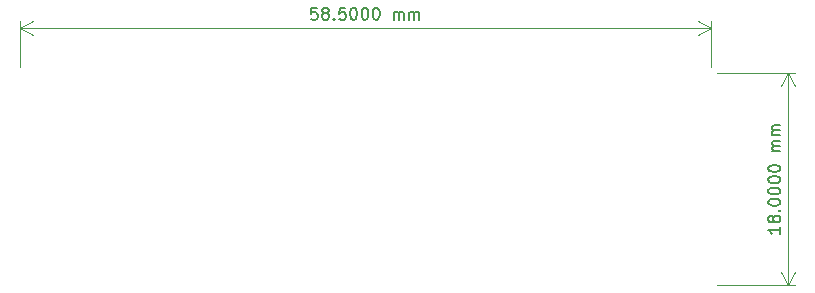
<source format=gbr>
%TF.GenerationSoftware,KiCad,Pcbnew,9.0.1*%
%TF.CreationDate,2025-09-14T13:33:31-04:00*%
%TF.ProjectId,can-nano-shield-fieldbus,63616e2d-6e61-46e6-9f2d-736869656c64,rev?*%
%TF.SameCoordinates,Original*%
%TF.FileFunction,Other,Comment*%
%FSLAX46Y46*%
G04 Gerber Fmt 4.6, Leading zero omitted, Abs format (unit mm)*
G04 Created by KiCad (PCBNEW 9.0.1) date 2025-09-14 13:33:31*
%MOMM*%
%LPD*%
G01*
G04 APERTURE LIST*
%ADD10C,0.150000*%
%ADD11C,0.100000*%
G04 APERTURE END LIST*
D10*
X137004762Y-77804819D02*
X136528572Y-77804819D01*
X136528572Y-77804819D02*
X136480953Y-78281009D01*
X136480953Y-78281009D02*
X136528572Y-78233390D01*
X136528572Y-78233390D02*
X136623810Y-78185771D01*
X136623810Y-78185771D02*
X136861905Y-78185771D01*
X136861905Y-78185771D02*
X136957143Y-78233390D01*
X136957143Y-78233390D02*
X137004762Y-78281009D01*
X137004762Y-78281009D02*
X137052381Y-78376247D01*
X137052381Y-78376247D02*
X137052381Y-78614342D01*
X137052381Y-78614342D02*
X137004762Y-78709580D01*
X137004762Y-78709580D02*
X136957143Y-78757200D01*
X136957143Y-78757200D02*
X136861905Y-78804819D01*
X136861905Y-78804819D02*
X136623810Y-78804819D01*
X136623810Y-78804819D02*
X136528572Y-78757200D01*
X136528572Y-78757200D02*
X136480953Y-78709580D01*
X137623810Y-78233390D02*
X137528572Y-78185771D01*
X137528572Y-78185771D02*
X137480953Y-78138152D01*
X137480953Y-78138152D02*
X137433334Y-78042914D01*
X137433334Y-78042914D02*
X137433334Y-77995295D01*
X137433334Y-77995295D02*
X137480953Y-77900057D01*
X137480953Y-77900057D02*
X137528572Y-77852438D01*
X137528572Y-77852438D02*
X137623810Y-77804819D01*
X137623810Y-77804819D02*
X137814286Y-77804819D01*
X137814286Y-77804819D02*
X137909524Y-77852438D01*
X137909524Y-77852438D02*
X137957143Y-77900057D01*
X137957143Y-77900057D02*
X138004762Y-77995295D01*
X138004762Y-77995295D02*
X138004762Y-78042914D01*
X138004762Y-78042914D02*
X137957143Y-78138152D01*
X137957143Y-78138152D02*
X137909524Y-78185771D01*
X137909524Y-78185771D02*
X137814286Y-78233390D01*
X137814286Y-78233390D02*
X137623810Y-78233390D01*
X137623810Y-78233390D02*
X137528572Y-78281009D01*
X137528572Y-78281009D02*
X137480953Y-78328628D01*
X137480953Y-78328628D02*
X137433334Y-78423866D01*
X137433334Y-78423866D02*
X137433334Y-78614342D01*
X137433334Y-78614342D02*
X137480953Y-78709580D01*
X137480953Y-78709580D02*
X137528572Y-78757200D01*
X137528572Y-78757200D02*
X137623810Y-78804819D01*
X137623810Y-78804819D02*
X137814286Y-78804819D01*
X137814286Y-78804819D02*
X137909524Y-78757200D01*
X137909524Y-78757200D02*
X137957143Y-78709580D01*
X137957143Y-78709580D02*
X138004762Y-78614342D01*
X138004762Y-78614342D02*
X138004762Y-78423866D01*
X138004762Y-78423866D02*
X137957143Y-78328628D01*
X137957143Y-78328628D02*
X137909524Y-78281009D01*
X137909524Y-78281009D02*
X137814286Y-78233390D01*
X138433334Y-78709580D02*
X138480953Y-78757200D01*
X138480953Y-78757200D02*
X138433334Y-78804819D01*
X138433334Y-78804819D02*
X138385715Y-78757200D01*
X138385715Y-78757200D02*
X138433334Y-78709580D01*
X138433334Y-78709580D02*
X138433334Y-78804819D01*
X139385714Y-77804819D02*
X138909524Y-77804819D01*
X138909524Y-77804819D02*
X138861905Y-78281009D01*
X138861905Y-78281009D02*
X138909524Y-78233390D01*
X138909524Y-78233390D02*
X139004762Y-78185771D01*
X139004762Y-78185771D02*
X139242857Y-78185771D01*
X139242857Y-78185771D02*
X139338095Y-78233390D01*
X139338095Y-78233390D02*
X139385714Y-78281009D01*
X139385714Y-78281009D02*
X139433333Y-78376247D01*
X139433333Y-78376247D02*
X139433333Y-78614342D01*
X139433333Y-78614342D02*
X139385714Y-78709580D01*
X139385714Y-78709580D02*
X139338095Y-78757200D01*
X139338095Y-78757200D02*
X139242857Y-78804819D01*
X139242857Y-78804819D02*
X139004762Y-78804819D01*
X139004762Y-78804819D02*
X138909524Y-78757200D01*
X138909524Y-78757200D02*
X138861905Y-78709580D01*
X140052381Y-77804819D02*
X140147619Y-77804819D01*
X140147619Y-77804819D02*
X140242857Y-77852438D01*
X140242857Y-77852438D02*
X140290476Y-77900057D01*
X140290476Y-77900057D02*
X140338095Y-77995295D01*
X140338095Y-77995295D02*
X140385714Y-78185771D01*
X140385714Y-78185771D02*
X140385714Y-78423866D01*
X140385714Y-78423866D02*
X140338095Y-78614342D01*
X140338095Y-78614342D02*
X140290476Y-78709580D01*
X140290476Y-78709580D02*
X140242857Y-78757200D01*
X140242857Y-78757200D02*
X140147619Y-78804819D01*
X140147619Y-78804819D02*
X140052381Y-78804819D01*
X140052381Y-78804819D02*
X139957143Y-78757200D01*
X139957143Y-78757200D02*
X139909524Y-78709580D01*
X139909524Y-78709580D02*
X139861905Y-78614342D01*
X139861905Y-78614342D02*
X139814286Y-78423866D01*
X139814286Y-78423866D02*
X139814286Y-78185771D01*
X139814286Y-78185771D02*
X139861905Y-77995295D01*
X139861905Y-77995295D02*
X139909524Y-77900057D01*
X139909524Y-77900057D02*
X139957143Y-77852438D01*
X139957143Y-77852438D02*
X140052381Y-77804819D01*
X141004762Y-77804819D02*
X141100000Y-77804819D01*
X141100000Y-77804819D02*
X141195238Y-77852438D01*
X141195238Y-77852438D02*
X141242857Y-77900057D01*
X141242857Y-77900057D02*
X141290476Y-77995295D01*
X141290476Y-77995295D02*
X141338095Y-78185771D01*
X141338095Y-78185771D02*
X141338095Y-78423866D01*
X141338095Y-78423866D02*
X141290476Y-78614342D01*
X141290476Y-78614342D02*
X141242857Y-78709580D01*
X141242857Y-78709580D02*
X141195238Y-78757200D01*
X141195238Y-78757200D02*
X141100000Y-78804819D01*
X141100000Y-78804819D02*
X141004762Y-78804819D01*
X141004762Y-78804819D02*
X140909524Y-78757200D01*
X140909524Y-78757200D02*
X140861905Y-78709580D01*
X140861905Y-78709580D02*
X140814286Y-78614342D01*
X140814286Y-78614342D02*
X140766667Y-78423866D01*
X140766667Y-78423866D02*
X140766667Y-78185771D01*
X140766667Y-78185771D02*
X140814286Y-77995295D01*
X140814286Y-77995295D02*
X140861905Y-77900057D01*
X140861905Y-77900057D02*
X140909524Y-77852438D01*
X140909524Y-77852438D02*
X141004762Y-77804819D01*
X141957143Y-77804819D02*
X142052381Y-77804819D01*
X142052381Y-77804819D02*
X142147619Y-77852438D01*
X142147619Y-77852438D02*
X142195238Y-77900057D01*
X142195238Y-77900057D02*
X142242857Y-77995295D01*
X142242857Y-77995295D02*
X142290476Y-78185771D01*
X142290476Y-78185771D02*
X142290476Y-78423866D01*
X142290476Y-78423866D02*
X142242857Y-78614342D01*
X142242857Y-78614342D02*
X142195238Y-78709580D01*
X142195238Y-78709580D02*
X142147619Y-78757200D01*
X142147619Y-78757200D02*
X142052381Y-78804819D01*
X142052381Y-78804819D02*
X141957143Y-78804819D01*
X141957143Y-78804819D02*
X141861905Y-78757200D01*
X141861905Y-78757200D02*
X141814286Y-78709580D01*
X141814286Y-78709580D02*
X141766667Y-78614342D01*
X141766667Y-78614342D02*
X141719048Y-78423866D01*
X141719048Y-78423866D02*
X141719048Y-78185771D01*
X141719048Y-78185771D02*
X141766667Y-77995295D01*
X141766667Y-77995295D02*
X141814286Y-77900057D01*
X141814286Y-77900057D02*
X141861905Y-77852438D01*
X141861905Y-77852438D02*
X141957143Y-77804819D01*
X143480953Y-78804819D02*
X143480953Y-78138152D01*
X143480953Y-78233390D02*
X143528572Y-78185771D01*
X143528572Y-78185771D02*
X143623810Y-78138152D01*
X143623810Y-78138152D02*
X143766667Y-78138152D01*
X143766667Y-78138152D02*
X143861905Y-78185771D01*
X143861905Y-78185771D02*
X143909524Y-78281009D01*
X143909524Y-78281009D02*
X143909524Y-78804819D01*
X143909524Y-78281009D02*
X143957143Y-78185771D01*
X143957143Y-78185771D02*
X144052381Y-78138152D01*
X144052381Y-78138152D02*
X144195238Y-78138152D01*
X144195238Y-78138152D02*
X144290477Y-78185771D01*
X144290477Y-78185771D02*
X144338096Y-78281009D01*
X144338096Y-78281009D02*
X144338096Y-78804819D01*
X144814286Y-78804819D02*
X144814286Y-78138152D01*
X144814286Y-78233390D02*
X144861905Y-78185771D01*
X144861905Y-78185771D02*
X144957143Y-78138152D01*
X144957143Y-78138152D02*
X145100000Y-78138152D01*
X145100000Y-78138152D02*
X145195238Y-78185771D01*
X145195238Y-78185771D02*
X145242857Y-78281009D01*
X145242857Y-78281009D02*
X145242857Y-78804819D01*
X145242857Y-78281009D02*
X145290476Y-78185771D01*
X145290476Y-78185771D02*
X145385714Y-78138152D01*
X145385714Y-78138152D02*
X145528571Y-78138152D01*
X145528571Y-78138152D02*
X145623810Y-78185771D01*
X145623810Y-78185771D02*
X145671429Y-78281009D01*
X145671429Y-78281009D02*
X145671429Y-78804819D01*
D11*
X111850000Y-82800000D02*
X111850000Y-78913580D01*
X170350000Y-78913580D02*
X170350000Y-82800000D01*
X111850000Y-79500000D02*
X170350000Y-79500000D01*
X111850000Y-79500000D02*
X112976504Y-78913579D01*
X111850000Y-79500000D02*
X112976504Y-80086421D01*
X170350000Y-79500000D02*
X169223496Y-80086421D01*
X170350000Y-79500000D02*
X169223496Y-78913579D01*
D10*
X176204819Y-96347618D02*
X176204819Y-96919046D01*
X176204819Y-96633332D02*
X175204819Y-96633332D01*
X175204819Y-96633332D02*
X175347676Y-96728570D01*
X175347676Y-96728570D02*
X175442914Y-96823808D01*
X175442914Y-96823808D02*
X175490533Y-96919046D01*
X175633390Y-95776189D02*
X175585771Y-95871427D01*
X175585771Y-95871427D02*
X175538152Y-95919046D01*
X175538152Y-95919046D02*
X175442914Y-95966665D01*
X175442914Y-95966665D02*
X175395295Y-95966665D01*
X175395295Y-95966665D02*
X175300057Y-95919046D01*
X175300057Y-95919046D02*
X175252438Y-95871427D01*
X175252438Y-95871427D02*
X175204819Y-95776189D01*
X175204819Y-95776189D02*
X175204819Y-95585713D01*
X175204819Y-95585713D02*
X175252438Y-95490475D01*
X175252438Y-95490475D02*
X175300057Y-95442856D01*
X175300057Y-95442856D02*
X175395295Y-95395237D01*
X175395295Y-95395237D02*
X175442914Y-95395237D01*
X175442914Y-95395237D02*
X175538152Y-95442856D01*
X175538152Y-95442856D02*
X175585771Y-95490475D01*
X175585771Y-95490475D02*
X175633390Y-95585713D01*
X175633390Y-95585713D02*
X175633390Y-95776189D01*
X175633390Y-95776189D02*
X175681009Y-95871427D01*
X175681009Y-95871427D02*
X175728628Y-95919046D01*
X175728628Y-95919046D02*
X175823866Y-95966665D01*
X175823866Y-95966665D02*
X176014342Y-95966665D01*
X176014342Y-95966665D02*
X176109580Y-95919046D01*
X176109580Y-95919046D02*
X176157200Y-95871427D01*
X176157200Y-95871427D02*
X176204819Y-95776189D01*
X176204819Y-95776189D02*
X176204819Y-95585713D01*
X176204819Y-95585713D02*
X176157200Y-95490475D01*
X176157200Y-95490475D02*
X176109580Y-95442856D01*
X176109580Y-95442856D02*
X176014342Y-95395237D01*
X176014342Y-95395237D02*
X175823866Y-95395237D01*
X175823866Y-95395237D02*
X175728628Y-95442856D01*
X175728628Y-95442856D02*
X175681009Y-95490475D01*
X175681009Y-95490475D02*
X175633390Y-95585713D01*
X176109580Y-94966665D02*
X176157200Y-94919046D01*
X176157200Y-94919046D02*
X176204819Y-94966665D01*
X176204819Y-94966665D02*
X176157200Y-95014284D01*
X176157200Y-95014284D02*
X176109580Y-94966665D01*
X176109580Y-94966665D02*
X176204819Y-94966665D01*
X175204819Y-94299999D02*
X175204819Y-94204761D01*
X175204819Y-94204761D02*
X175252438Y-94109523D01*
X175252438Y-94109523D02*
X175300057Y-94061904D01*
X175300057Y-94061904D02*
X175395295Y-94014285D01*
X175395295Y-94014285D02*
X175585771Y-93966666D01*
X175585771Y-93966666D02*
X175823866Y-93966666D01*
X175823866Y-93966666D02*
X176014342Y-94014285D01*
X176014342Y-94014285D02*
X176109580Y-94061904D01*
X176109580Y-94061904D02*
X176157200Y-94109523D01*
X176157200Y-94109523D02*
X176204819Y-94204761D01*
X176204819Y-94204761D02*
X176204819Y-94299999D01*
X176204819Y-94299999D02*
X176157200Y-94395237D01*
X176157200Y-94395237D02*
X176109580Y-94442856D01*
X176109580Y-94442856D02*
X176014342Y-94490475D01*
X176014342Y-94490475D02*
X175823866Y-94538094D01*
X175823866Y-94538094D02*
X175585771Y-94538094D01*
X175585771Y-94538094D02*
X175395295Y-94490475D01*
X175395295Y-94490475D02*
X175300057Y-94442856D01*
X175300057Y-94442856D02*
X175252438Y-94395237D01*
X175252438Y-94395237D02*
X175204819Y-94299999D01*
X175204819Y-93347618D02*
X175204819Y-93252380D01*
X175204819Y-93252380D02*
X175252438Y-93157142D01*
X175252438Y-93157142D02*
X175300057Y-93109523D01*
X175300057Y-93109523D02*
X175395295Y-93061904D01*
X175395295Y-93061904D02*
X175585771Y-93014285D01*
X175585771Y-93014285D02*
X175823866Y-93014285D01*
X175823866Y-93014285D02*
X176014342Y-93061904D01*
X176014342Y-93061904D02*
X176109580Y-93109523D01*
X176109580Y-93109523D02*
X176157200Y-93157142D01*
X176157200Y-93157142D02*
X176204819Y-93252380D01*
X176204819Y-93252380D02*
X176204819Y-93347618D01*
X176204819Y-93347618D02*
X176157200Y-93442856D01*
X176157200Y-93442856D02*
X176109580Y-93490475D01*
X176109580Y-93490475D02*
X176014342Y-93538094D01*
X176014342Y-93538094D02*
X175823866Y-93585713D01*
X175823866Y-93585713D02*
X175585771Y-93585713D01*
X175585771Y-93585713D02*
X175395295Y-93538094D01*
X175395295Y-93538094D02*
X175300057Y-93490475D01*
X175300057Y-93490475D02*
X175252438Y-93442856D01*
X175252438Y-93442856D02*
X175204819Y-93347618D01*
X175204819Y-92395237D02*
X175204819Y-92299999D01*
X175204819Y-92299999D02*
X175252438Y-92204761D01*
X175252438Y-92204761D02*
X175300057Y-92157142D01*
X175300057Y-92157142D02*
X175395295Y-92109523D01*
X175395295Y-92109523D02*
X175585771Y-92061904D01*
X175585771Y-92061904D02*
X175823866Y-92061904D01*
X175823866Y-92061904D02*
X176014342Y-92109523D01*
X176014342Y-92109523D02*
X176109580Y-92157142D01*
X176109580Y-92157142D02*
X176157200Y-92204761D01*
X176157200Y-92204761D02*
X176204819Y-92299999D01*
X176204819Y-92299999D02*
X176204819Y-92395237D01*
X176204819Y-92395237D02*
X176157200Y-92490475D01*
X176157200Y-92490475D02*
X176109580Y-92538094D01*
X176109580Y-92538094D02*
X176014342Y-92585713D01*
X176014342Y-92585713D02*
X175823866Y-92633332D01*
X175823866Y-92633332D02*
X175585771Y-92633332D01*
X175585771Y-92633332D02*
X175395295Y-92585713D01*
X175395295Y-92585713D02*
X175300057Y-92538094D01*
X175300057Y-92538094D02*
X175252438Y-92490475D01*
X175252438Y-92490475D02*
X175204819Y-92395237D01*
X175204819Y-91442856D02*
X175204819Y-91347618D01*
X175204819Y-91347618D02*
X175252438Y-91252380D01*
X175252438Y-91252380D02*
X175300057Y-91204761D01*
X175300057Y-91204761D02*
X175395295Y-91157142D01*
X175395295Y-91157142D02*
X175585771Y-91109523D01*
X175585771Y-91109523D02*
X175823866Y-91109523D01*
X175823866Y-91109523D02*
X176014342Y-91157142D01*
X176014342Y-91157142D02*
X176109580Y-91204761D01*
X176109580Y-91204761D02*
X176157200Y-91252380D01*
X176157200Y-91252380D02*
X176204819Y-91347618D01*
X176204819Y-91347618D02*
X176204819Y-91442856D01*
X176204819Y-91442856D02*
X176157200Y-91538094D01*
X176157200Y-91538094D02*
X176109580Y-91585713D01*
X176109580Y-91585713D02*
X176014342Y-91633332D01*
X176014342Y-91633332D02*
X175823866Y-91680951D01*
X175823866Y-91680951D02*
X175585771Y-91680951D01*
X175585771Y-91680951D02*
X175395295Y-91633332D01*
X175395295Y-91633332D02*
X175300057Y-91585713D01*
X175300057Y-91585713D02*
X175252438Y-91538094D01*
X175252438Y-91538094D02*
X175204819Y-91442856D01*
X176204819Y-89919046D02*
X175538152Y-89919046D01*
X175633390Y-89919046D02*
X175585771Y-89871427D01*
X175585771Y-89871427D02*
X175538152Y-89776189D01*
X175538152Y-89776189D02*
X175538152Y-89633332D01*
X175538152Y-89633332D02*
X175585771Y-89538094D01*
X175585771Y-89538094D02*
X175681009Y-89490475D01*
X175681009Y-89490475D02*
X176204819Y-89490475D01*
X175681009Y-89490475D02*
X175585771Y-89442856D01*
X175585771Y-89442856D02*
X175538152Y-89347618D01*
X175538152Y-89347618D02*
X175538152Y-89204761D01*
X175538152Y-89204761D02*
X175585771Y-89109522D01*
X175585771Y-89109522D02*
X175681009Y-89061903D01*
X175681009Y-89061903D02*
X176204819Y-89061903D01*
X176204819Y-88585713D02*
X175538152Y-88585713D01*
X175633390Y-88585713D02*
X175585771Y-88538094D01*
X175585771Y-88538094D02*
X175538152Y-88442856D01*
X175538152Y-88442856D02*
X175538152Y-88299999D01*
X175538152Y-88299999D02*
X175585771Y-88204761D01*
X175585771Y-88204761D02*
X175681009Y-88157142D01*
X175681009Y-88157142D02*
X176204819Y-88157142D01*
X175681009Y-88157142D02*
X175585771Y-88109523D01*
X175585771Y-88109523D02*
X175538152Y-88014285D01*
X175538152Y-88014285D02*
X175538152Y-87871428D01*
X175538152Y-87871428D02*
X175585771Y-87776189D01*
X175585771Y-87776189D02*
X175681009Y-87728570D01*
X175681009Y-87728570D02*
X176204819Y-87728570D01*
D11*
X170850000Y-101300000D02*
X177486420Y-101300000D01*
X177486420Y-83300000D02*
X170850000Y-83300000D01*
X176900000Y-101300000D02*
X176900000Y-83300000D01*
X176900000Y-101300000D02*
X176313579Y-100173496D01*
X176900000Y-101300000D02*
X177486421Y-100173496D01*
X176900000Y-83300000D02*
X177486421Y-84426504D01*
X176900000Y-83300000D02*
X176313579Y-84426504D01*
M02*

</source>
